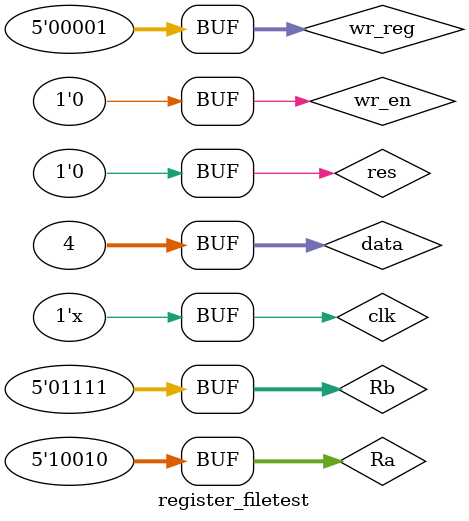
<source format=v>
module register_filetest();
reg clk;
reg res;
reg wr_en;
reg [4:0]Ra;
reg [4:0]Rb;
reg [4:0]wr_reg;
reg [31:0] data;
wire [31:0]data_out1;
wire [31:0] data_out2;

register_file uut(.clk(clk),.res(res),.wr_en(wr_en),.Ra(Ra),.Rb(Rb),.wr_reg(wr_reg),.data(data),.data_out1(data_out1),.data_out2(data_out2));
initial begin
clk=1'b0;
res=1;
#20
res=0;
end
always #5 clk=~clk;
initial begin
Ra=4;
Rb=5;
wr_en=0;
data=42;
wr_reg=3;
#30
Ra=9;
Rb=2;
wr_en=1;
data=42;
wr_reg=18;
#30
Ra=18;
Rb=15;
wr_en=0;
data=4;
wr_reg=11;
#30
Ra=18;
Rb=15;
wr_en=0;
data=4;
wr_reg=1;

end


endmodule

</source>
